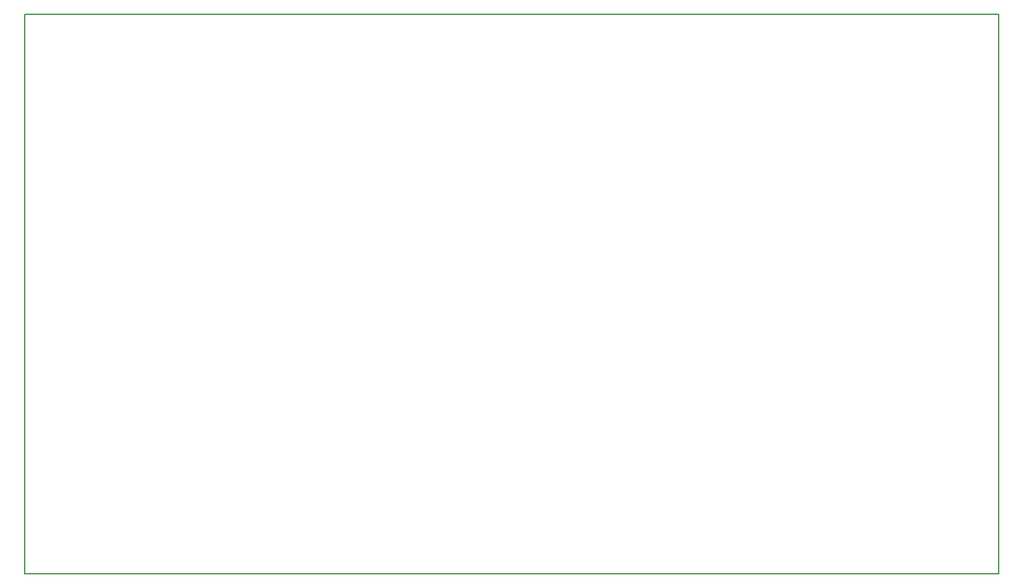
<source format=gbr>
G04 #@! TF.FileFunction,Profile,NP*
%FSLAX46Y46*%
G04 Gerber Fmt 4.6, Leading zero omitted, Abs format (unit mm)*
G04 Created by KiCad (PCBNEW 4.0.7-e2-6376~58~ubuntu16.04.1) date Mon Jun 18 09:55:01 2018*
%MOMM*%
%LPD*%
G01*
G04 APERTURE LIST*
%ADD10C,0.100000*%
%ADD11C,0.150000*%
G04 APERTURE END LIST*
D10*
D11*
X73000000Y-50000000D02*
X73000000Y-123000000D01*
X200000000Y-50000000D02*
X200000000Y-123000000D01*
X73000000Y-50000000D02*
X200000000Y-50000000D01*
X200000000Y-123000000D02*
X73000000Y-123000000D01*
M02*

</source>
